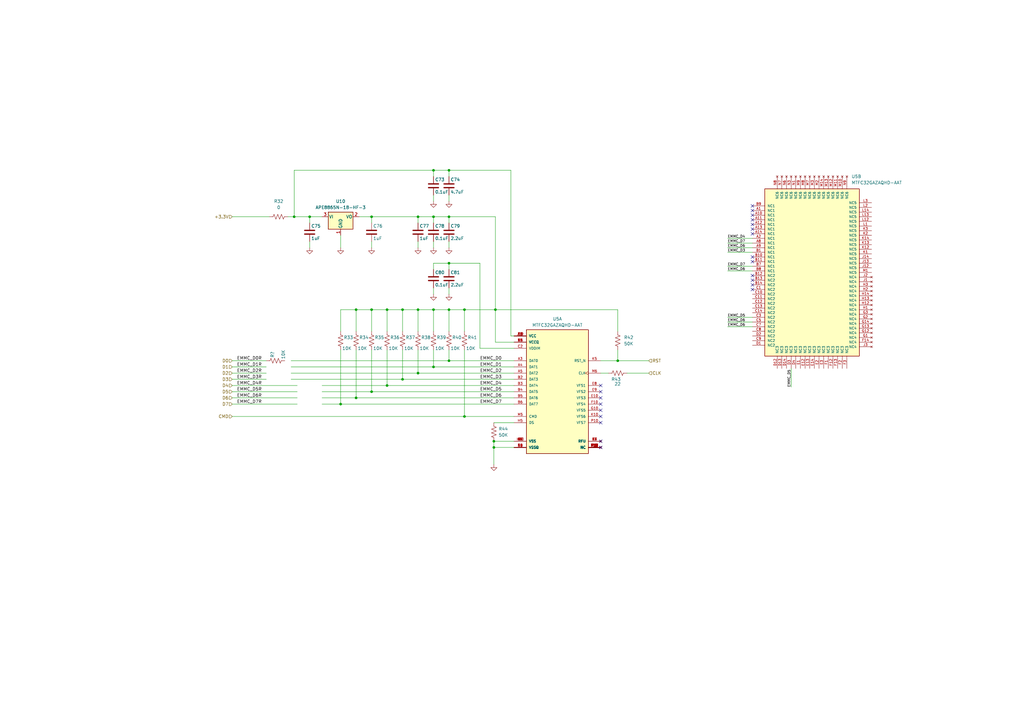
<source format=kicad_sch>
(kicad_sch (version 20211123) (generator eeschema)
  (paper "A3")
  (title_block (title "M.2 SSD With Display (eMMC)") (date "2023-08-05") (rev "1.0") (company "Will Schoenfeld"))
  (lib_symbols
    (symbol "Device:C" (pin_numbers hide) (pin_names (offset 0.254))
      (property "Reference" "C" (at 0.635 2.54 0))
      (property "Value" "C" (at 0.635 -2.54 0))
      (symbol "C_0_1"
        (polyline (pts (xy -2.032 -0.762) (xy 2.032 -0.762)) (stroke (width 0.508)))
        (polyline (pts (xy -2.032 0.762) (xy 2.032 0.762)) (stroke (width 0.508)))
      )
      (symbol "C_1_1"
        (pin passive line (at 0 3.81 270) (length 2.794) (name "~") (number "1"))
        (pin passive line (at 0 -3.81 90) (length 2.794) (name "~") (number "2"))
      )
    )
    (symbol "Device:R_US" (pin_numbers hide) (pin_names (offset 0))
      (property "Reference" "R" (at 2.54 0 90))
      (property "Value" "R_US" (at -2.54 0 90))
      (symbol "R_US_0_1"
        (polyline (pts (xy 0 -2.286) (xy 0 -2.54)))
        (polyline (pts (xy 0 2.286) (xy 0 2.54)))
        (polyline (pts (xy 0 -0.762) (xy 1.016 -1.143) (xy 0 -1.524) (xy -1.016 -1.905) (xy 0 -2.286)))
        (polyline (pts (xy 0 0.762) (xy 1.016 0.381) (xy 0 0) (xy -1.016 -0.381) (xy 0 -0.762)))
        (polyline (pts (xy 0 2.286) (xy 1.016 1.905) (xy 0 1.524) (xy -1.016 1.143) (xy 0 0.762)))
      )
      (symbol "R_US_1_1"
        (pin passive line (at 0 3.81 270) (length 1.27) (name "~") (number "1"))
        (pin passive line (at 0 -3.81 90) (length 1.27) (name "~") (number "2"))
      )
    )
    (symbol "MTFC32GAZAQHD-AAT:MTFC32GAZAQHD-AAT" (pin_names (offset 1.016))
      (property "Reference" "U" (at -12.7 26.162 0))
      (property "Value" "MTFC32GAZAQHD-AAT" (at -12.7 -27.94 0))
      (symbol "MTFC32GAZAQHD-AAT_1_0"
        (rectangle (start -12.7 -25.4) (end 12.7 25.4) (stroke (width 0.254)) (fill (type background)))
        (pin bidirectional line (at 17.78 12.7 180) (length 5.08) (name "DAT0") (number "A3"))
        (pin bidirectional line (at 17.78 10.16 180) (length 5.08) (name "DAT1") (number "A4"))
        (pin bidirectional line (at 17.78 7.62 180) (length 5.08) (name "DAT2") (number "A5"))
        (pin power_in line (at 17.78 -20.32 180) (length 5.08) (name "VSS") (number "A6"))
        (pin no_connect line (at -17.78 -20.32 0) (length 5.08) (name "RFU") (number "A7"))
        (pin bidirectional line (at 17.78 5.08 180) (length 5.08) (name "DAT3") (number "B2"))
        (pin bidirectional line (at 17.78 2.54 180) (length 5.08) (name "DAT4") (number "B3"))
        (pin bidirectional line (at 17.78 0 180) (length 5.08) (name "DAT5") (number "B4"))
        (pin bidirectional line (at 17.78 -2.54 180) (length 5.08) (name "DAT6") (number "B5"))
        (pin bidirectional line (at 17.78 -5.08 180) (length 5.08) (name "DAT7") (number "B6"))
        (pin power_in line (at 17.78 17.78 180) (length 5.08) (name "VDDIM") (number "C2"))
        (pin power_in line (at 17.78 -22.86 180) (length 5.08) (name "VSSQ") (number "C4"))
        (pin power_in line (at 17.78 20.32 180) (length 5.08) (name "VCCQ") (number "C6"))
        (pin bidirectional line (at -17.78 -2.54 0) (length 5.08) (name "VFS3") (number "E10"))
        (pin no_connect line (at -17.78 -20.32 0) (length 5.08) (name "RFU") (number "E5"))
        (pin power_in line (at 17.78 22.86 180) (length 5.08) (name "VCC") (number "E6"))
        (pin power_in line (at 17.78 -20.32 180) (length 5.08) (name "VSS") (number "E7"))
        (pin bidirectional line (at -17.78 2.54 0) (length 5.08) (name "VFS1") (number "E8"))
        (pin bidirectional line (at -17.78 0 0) (length 5.08) (name "VFS2") (number "E9"))
        (pin bidirectional line (at -17.78 -5.08 0) (length 5.08) (name "VFS4") (number "F10"))
        (pin power_in line (at 17.78 22.86 180) (length 5.08) (name "VCC") (number "F5"))
        (pin bidirectional line (at -17.78 -7.62 0) (length 5.08) (name "VFS5") (number "G10"))
        (pin power_in line (at 17.78 -20.32 180) (length 5.08) (name "VSS") (number "G5"))
        (pin power_in line (at 17.78 -20.32 180) (length 5.08) (name "VSS") (number "H10"))
        (pin output line (at 17.78 -12.7 180) (length 5.08) (name "DS") (number "H5"))
        (pin power_in line (at 17.78 22.86 180) (length 5.08) (name "VCC") (number "J10"))
        (pin power_in line (at 17.78 -20.32 180) (length 5.08) (name "VSS") (number "J5"))
        (pin bidirectional line (at -17.78 -10.16 0) (length 5.08) (name "VFS6") (number "K10"))
        (pin input line (at -17.78 12.7 0) (length 5.08) (name "RST_N") (number "K5"))
        (pin no_connect line (at -17.78 -20.32 0) (length 5.08) (name "RFU") (number "K6"))
        (pin no_connect line (at -17.78 -20.32 0) (length 5.08) (name "RFU") (number "K7"))
        (pin power_in line (at 17.78 -20.32 180) (length 5.08) (name "VSS") (number "K8"))
        (pin power_in line (at 17.78 22.86 180) (length 5.08) (name "VCC") (number "K9"))
        (pin power_in line (at 17.78 20.32 180) (length 5.08) (name "VCCQ") (number "M4"))
        (pin bidirectional line (at 17.78 -10.16 180) (length 5.08) (name "CMD") (number "M5"))
        (pin input clock (at -17.78 7.62 0) (length 5.08) (name "CLK") (number "M6"))
        (pin no_connect line (at -17.78 -22.86 0) (length 5.08) (name "NC") (number "N10"))
        (pin no_connect line (at -17.78 -22.86 0) (length 5.08) (name "NC") (number "N11"))
        (pin no_connect line (at -17.78 -22.86 0) (length 5.08) (name "NC") (number "N12"))
        (pin no_connect line (at -17.78 -22.86 0) (length 5.08) (name "NC") (number "N13"))
        (pin no_connect line (at -17.78 -22.86 0) (length 5.08) (name "NC") (number "N14"))
        (pin power_in line (at 17.78 -22.86 180) (length 5.08) (name "VSSQ") (number "N2"))
        (pin power_in line (at 17.78 20.32 180) (length 5.08) (name "VCCQ") (number "N4"))
        (pin power_in line (at 17.78 -22.86 180) (length 5.08) (name "VSSQ") (number "N5"))
        (pin no_connect line (at -17.78 -22.86 0) (length 5.08) (name "NC") (number "P1"))
        (pin bidirectional line (at -17.78 -12.7 0) (length 5.08) (name "VFS7") (number "P10"))
        (pin no_connect line (at -17.78 -22.86 0) (length 5.08) (name "NC") (number "P11"))
        (pin no_connect line (at -17.78 -22.86 0) (length 5.08) (name "NC") (number "P12"))
        (pin no_connect line (at -17.78 -22.86 0) (length 5.08) (name "NC") (number "P13"))
        (pin no_connect line (at -17.78 -22.86 0) (length 5.08) (name "NC") (number "P14"))
        (pin no_connect line (at -17.78 -22.86 0) (length 5.08) (name "NC") (number "P2"))
        (pin power_in line (at 17.78 20.32 180) (length 5.08) (name "VCCQ") (number "P3"))
        (pin power_in line (at 17.78 -22.86 180) (length 5.08) (name "VSSQ") (number "P4"))
        (pin power_in line (at 17.78 20.32 180) (length 5.08) (name "VCCQ") (number "P5"))
        (pin power_in line (at 17.78 -22.86 180) (length 5.08) (name "VSSQ") (number "P6"))
        (pin no_connect line (at -17.78 -22.86 0) (length 5.08) (name "NC") (number "P7"))
        (pin no_connect line (at -17.78 -22.86 0) (length 5.08) (name "NC") (number "P8"))
        (pin no_connect line (at -17.78 -22.86 0) (length 5.08) (name "NC") (number "P9"))
      )
      (symbol "MTFC32GAZAQHD-AAT_2_0"
        (rectangle (start -10.16 -5.08) (end 10.16 5.08) (stroke (width 0.254)) (fill (type background)))
        (pin no_connect line (at -15.24 2.54 0) (length 5.08) (name "NC1") (number "A1"))
        (pin no_connect line (at -15.24 2.54 0) (length 5.08) (name "NC1") (number "A10"))
        (pin no_connect line (at -15.24 2.54 0) (length 5.08) (name "NC1") (number "A11"))
        (pin no_connect line (at -15.24 2.54 0) (length 5.08) (name "NC1") (number "A12"))
        (pin no_connect line (at -15.24 2.54 0) (length 5.08) (name "NC1") (number "A13"))
        (pin no_connect line (at -15.24 2.54 0) (length 5.08) (name "NC1") (number "A14"))
        (pin no_connect line (at -15.24 2.54 0) (length 5.08) (name "NC1") (number "A2"))
        (pin no_connect line (at -15.24 2.54 0) (length 5.08) (name "NC1") (number "A8"))
        (pin no_connect line (at -15.24 2.54 0) (length 5.08) (name "NC1") (number "A9"))
        (pin no_connect line (at -15.24 2.54 0) (length 5.08) (name "NC1") (number "B1"))
        (pin no_connect line (at -15.24 2.54 0) (length 5.08) (name "NC1") (number "B10"))
        (pin no_connect line (at -15.24 2.54 0) (length 5.08) (name "NC1") (number "B11"))
        (pin no_connect line (at -15.24 0 0) (length 5.08) (name "NC2") (number "B12"))
        (pin no_connect line (at -15.24 0 0) (length 5.08) (name "NC2") (number "B13"))
        (pin no_connect line (at -15.24 0 0) (length 5.08) (name "NC2") (number "B14"))
        (pin no_connect line (at -15.24 2.54 0) (length 5.08) (name "NC1") (number "B7"))
        (pin no_connect line (at -15.24 2.54 0) (length 5.08) (name "NC1") (number "B8"))
        (pin no_connect line (at -15.24 2.54 0) (length 5.08) (name "NC1") (number "B9"))
        (pin no_connect line (at -15.24 0 0) (length 5.08) (name "NC2") (number "C1"))
        (pin no_connect line (at -15.24 0 0) (length 5.08) (name "NC2") (number "C10"))
        (pin no_connect line (at -15.24 0 0) (length 5.08) (name "NC2") (number "C11"))
        (pin no_connect line (at -15.24 0 0) (length 5.08) (name "NC2") (number "C12"))
        (pin no_connect line (at -15.24 0 0) (length 5.08) (name "NC2") (number "C13"))
        (pin no_connect line (at -15.24 0 0) (length 5.08) (name "NC2") (number "C14"))
        (pin no_connect line (at -15.24 0 0) (length 5.08) (name "NC2") (number "C3"))
        (pin no_connect line (at -15.24 0 0) (length 5.08) (name "NC2") (number "C5"))
        (pin no_connect line (at -15.24 0 0) (length 5.08) (name "NC2") (number "C7"))
        (pin no_connect line (at -15.24 0 0) (length 5.08) (name "NC2") (number "C8"))
        (pin no_connect line (at -15.24 0 0) (length 5.08) (name "NC2") (number "C9"))
        (pin no_connect line (at -15.24 0 0) (length 5.08) (name "NC2") (number "D1"))
        (pin no_connect line (at -15.24 -2.54 0) (length 5.08) (name "NC3") (number "D12"))
        (pin no_connect line (at -15.24 -2.54 0) (length 5.08) (name "NC3") (number "D13"))
        (pin no_connect line (at -15.24 -2.54 0) (length 5.08) (name "NC3") (number "D14"))
        (pin no_connect line (at -15.24 0 0) (length 5.08) (name "NC2") (number "D2"))
        (pin no_connect line (at -15.24 -2.54 0) (length 5.08) (name "NC3") (number "D3"))
        (pin no_connect line (at -15.24 -2.54 0) (length 5.08) (name "NC3") (number "D4"))
        (pin no_connect line (at -15.24 -2.54 0) (length 5.08) (name "NC3") (number "E1"))
        (pin no_connect line (at -15.24 -2.54 0) (length 5.08) (name "NC3") (number "E12"))
        (pin no_connect line (at -15.24 -2.54 0) (length 5.08) (name "NC3") (number "E13"))
        (pin no_connect line (at -15.24 -2.54 0) (length 5.08) (name "NC3") (number "E14"))
        (pin no_connect line (at -15.24 -2.54 0) (length 5.08) (name "NC3") (number "E2"))
        (pin no_connect line (at -15.24 -2.54 0) (length 5.08) (name "NC3") (number "E3"))
        (pin no_connect line (at -15.24 -2.54 0) (length 5.08) (name "NC3") (number "F1"))
        (pin no_connect line (at -15.24 -2.54 0) (length 5.08) (name "NC3") (number "F12"))
        (pin no_connect line (at -15.24 -2.54 0) (length 5.08) (name "NC3") (number "F13"))
        (pin no_connect line (at 15.24 2.54 180) (length 5.08) (name "NC4") (number "F14"))
        (pin no_connect line (at -15.24 -2.54 0) (length 5.08) (name "NC3") (number "F2"))
        (pin no_connect line (at -15.24 -2.54 0) (length 5.08) (name "NC3") (number "F3"))
        (pin no_connect line (at 15.24 2.54 180) (length 5.08) (name "NC4") (number "G1"))
        (pin no_connect line (at 15.24 2.54 180) (length 5.08) (name "NC4") (number "G12"))
        (pin no_connect line (at 15.24 2.54 180) (length 5.08) (name "NC4") (number "G13"))
        (pin no_connect line (at 15.24 2.54 180) (length 5.08) (name "NC4") (number "G14"))
        (pin no_connect line (at 15.24 2.54 180) (length 5.08) (name "NC4") (number "G2"))
        (pin no_connect line (at 15.24 2.54 180) (length 5.08) (name "NC4") (number "G3"))
        (pin no_connect line (at 15.24 2.54 180) (length 5.08) (name "NC4") (number "H1"))
        (pin no_connect line (at 15.24 2.54 180) (length 5.08) (name "NC4") (number "H12"))
        (pin no_connect line (at 15.24 2.54 180) (length 5.08) (name "NC4") (number "H13"))
        (pin no_connect line (at 15.24 2.54 180) (length 5.08) (name "NC4") (number "H14"))
        (pin no_connect line (at 15.24 2.54 180) (length 5.08) (name "NC4") (number "H2"))
        (pin no_connect line (at 15.24 2.54 180) (length 5.08) (name "NC4") (number "H3"))
        (pin no_connect line (at 15.24 2.54 180) (length 5.08) (name "NC4") (number "J1"))
        (pin no_connect line (at 15.24 0 180) (length 5.08) (name "NC5") (number "J12"))
        (pin no_connect line (at 15.24 0 180) (length 5.08) (name "NC5") (number "J13"))
        (pin no_connect line (at 15.24 0 180) (length 5.08) (name "NC5") (number "J14"))
        (pin no_connect line (at 15.24 2.54 180) (length 5.08) (name "NC4") (number "J2"))
        (pin no_connect line (at 15.24 2.54 180) (length 5.08) (name "NC4") (number "J3"))
        (pin no_connect line (at 15.24 0 180) (length 5.08) (name "NC5") (number "K1"))
        (pin no_connect line (at 15.24 0 180) (length 5.08) (name "NC5") (number "K12"))
        (pin no_connect line (at 15.24 0 180) (length 5.08) (name "NC5") (number "K13"))
        (pin no_connect line (at 15.24 0 180) (length 5.08) (name "NC5") (number "K14"))
        (pin no_connect line (at 15.24 0 180) (length 5.08) (name "NC5") (number "K2"))
        (pin no_connect line (at 15.24 0 180) (length 5.08) (name "NC5") (number "K3"))
        (pin no_connect line (at 15.24 0 180) (length 5.08) (name "NC5") (number "L1"))
        (pin no_connect line (at 15.24 0 180) (length 5.08) (name "NC5") (number "L12"))
        (pin no_connect line (at 15.24 0 180) (length 5.08) (name "NC5") (number "L13"))
        (pin no_connect line (at 15.24 0 180) (length 5.08) (name "NC5") (number "L14"))
        (pin no_connect line (at 15.24 0 180) (length 5.08) (name "NC5") (number "L2"))
        (pin no_connect line (at 15.24 0 180) (length 5.08) (name "NC5") (number "L3"))
        (pin no_connect line (at 15.24 0 180) (length 5.08) (name "NC5") (number "M1"))
        (pin no_connect line (at 15.24 -2.54 180) (length 5.08) (name "NC6") (number "M10"))
        (pin no_connect line (at 15.24 -2.54 180) (length 5.08) (name "NC6") (number "M11"))
        (pin no_connect line (at 15.24 -2.54 180) (length 5.08) (name "NC6") (number "M12"))
        (pin no_connect line (at 15.24 -2.54 180) (length 5.08) (name "NC6") (number "M13"))
        (pin no_connect line (at 15.24 -2.54 180) (length 5.08) (name "NC6") (number "M14"))
        (pin no_connect line (at 15.24 -2.54 180) (length 5.08) (name "NC6") (number "M2"))
        (pin no_connect line (at 15.24 -2.54 180) (length 5.08) (name "NC6") (number "M3"))
        (pin no_connect line (at 15.24 -2.54 180) (length 5.08) (name "NC6") (number "M7"))
        (pin no_connect line (at 15.24 -2.54 180) (length 5.08) (name "NC6") (number "M8"))
        (pin no_connect line (at 15.24 -2.54 180) (length 5.08) (name "NC6") (number "M9"))
        (pin no_connect line (at 15.24 -2.54 180) (length 5.08) (name "NC6") (number "N1"))
        (pin no_connect line (at 15.24 -2.54 180) (length 5.08) (name "NC6") (number "N3"))
        (pin no_connect line (at 15.24 -2.54 180) (length 5.08) (name "NC6") (number "N6"))
        (pin no_connect line (at 15.24 -2.54 180) (length 5.08) (name "NC6") (number "N7"))
        (pin no_connect line (at 15.24 -2.54 180) (length 5.08) (name "NC6") (number "N8"))
        (pin no_connect line (at 15.24 -2.54 180) (length 5.08) (name "NC6") (number "N9"))
      )
    )
    (symbol "MTFC32GAZAQHD-AAT_1" (pin_names (offset 1.016))
      (property "Reference" "U5" (at 25.3747 14.605 0))
      (property "Value" "MTFC32GAZAQHD-AAT" (at 25.3747 12.065 0))
      (symbol "MTFC32GAZAQHD-AAT_1_1_0"
        (rectangle (start -12.7 -25.4) (end 12.7 25.4) (stroke (width 0.254)) (fill (type background)))
        (pin bidirectional line (at 17.78 12.7 180) (length 5.08) (name "DAT0") (number "A3"))
        (pin bidirectional line (at 17.78 10.16 180) (length 5.08) (name "DAT1") (number "A4"))
        (pin bidirectional line (at 17.78 7.62 180) (length 5.08) (name "DAT2") (number "A5"))
        (pin power_in line (at 17.78 -20.32 180) (length 5.08) (name "VSS") (number "A6"))
        (pin no_connect line (at -17.78 -20.32 0) (length 5.08) (name "RFU") (number "A7"))
        (pin bidirectional line (at 17.78 5.08 180) (length 5.08) (name "DAT3") (number "B2"))
        (pin bidirectional line (at 17.78 2.54 180) (length 5.08) (name "DAT4") (number "B3"))
        (pin bidirectional line (at 17.78 0 180) (length 5.08) (name "DAT5") (number "B4"))
        (pin bidirectional line (at 17.78 -2.54 180) (length 5.08) (name "DAT6") (number "B5"))
        (pin bidirectional line (at 17.78 -5.08 180) (length 5.08) (name "DAT7") (number "B6"))
        (pin power_in line (at 17.78 17.78 180) (length 5.08) (name "VDDIM") (number "C2"))
        (pin power_in line (at 17.78 -22.86 180) (length 5.08) (name "VSSQ") (number "C4"))
        (pin power_in line (at 17.78 20.32 180) (length 5.08) (name "VCCQ") (number "C6"))
        (pin bidirectional line (at -17.78 -2.54 0) (length 5.08) (name "VFS3") (number "E10"))
        (pin no_connect line (at -17.78 -20.32 0) (length 5.08) (name "RFU") (number "E5"))
        (pin power_in line (at 17.78 22.86 180) (length 5.08) (name "VCC") (number "E6"))
        (pin power_in line (at 17.78 -20.32 180) (length 5.08) (name "VSS") (number "E7"))
        (pin bidirectional line (at -17.78 2.54 0) (length 5.08) (name "VFS1") (number "E8"))
        (pin bidirectional line (at -17.78 0 0) (length 5.08) (name "VFS2") (number "E9"))
        (pin bidirectional line (at -17.78 -5.08 0) (length 5.08) (name "VFS4") (number "F10"))
        (pin power_in line (at 17.78 22.86 180) (length 5.08) (name "VCC") (number "F5"))
        (pin bidirectional line (at -17.78 -7.62 0) (length 5.08) (name "VFS5") (number "G10"))
        (pin power_in line (at 17.78 -20.32 180) (length 5.08) (name "VSS") (number "G5"))
        (pin power_in line (at 17.78 -20.32 180) (length 5.08) (name "VSS") (number "H10"))
        (pin output line (at 17.78 -12.7 180) (length 5.08) (name "DS") (number "H5"))
        (pin power_in line (at 17.78 22.86 180) (length 5.08) (name "VCC") (number "J10"))
        (pin power_in line (at 17.78 -20.32 180) (length 5.08) (name "VSS") (number "J5"))
        (pin bidirectional line (at -17.78 -10.16 0) (length 5.08) (name "VFS6") (number "K10"))
        (pin input line (at -17.78 12.7 0) (length 5.08) (name "RST_N") (number "K5"))
        (pin no_connect line (at -17.78 -20.32 0) (length 5.08) (name "RFU") (number "K6"))
        (pin no_connect line (at -17.78 -20.32 0) (length 5.08) (name "RFU") (number "K7"))
        (pin power_in line (at 17.78 -20.32 180) (length 5.08) (name "VSS") (number "K8"))
        (pin power_in line (at 17.78 22.86 180) (length 5.08) (name "VCC") (number "K9"))
        (pin power_in line (at 17.78 20.32 180) (length 5.08) (name "VCCQ") (number "M4"))
        (pin bidirectional line (at 17.78 -10.16 180) (length 5.08) (name "CMD") (number "M5"))
        (pin input clock (at -17.78 7.62 0) (length 5.08) (name "CLK") (number "M6"))
        (pin no_connect line (at -17.78 -22.86 0) (length 5.08) (name "NC") (number "N10"))
        (pin no_connect line (at -17.78 -22.86 0) (length 5.08) (name "NC") (number "N11"))
        (pin no_connect line (at -17.78 -22.86 0) (length 5.08) (name "NC") (number "N12"))
        (pin no_connect line (at -17.78 -22.86 0) (length 5.08) (name "NC") (number "N13"))
        (pin no_connect line (at -17.78 -22.86 0) (length 5.08) (name "NC") (number "N14"))
        (pin power_in line (at 17.78 -22.86 180) (length 5.08) (name "VSSQ") (number "N2"))
        (pin power_in line (at 17.78 20.32 180) (length 5.08) (name "VCCQ") (number "N4"))
        (pin power_in line (at 17.78 -22.86 180) (length 5.08) (name "VSSQ") (number "N5"))
        (pin no_connect line (at -17.78 -22.86 0) (length 5.08) (name "NC") (number "P1"))
        (pin bidirectional line (at -17.78 -12.7 0) (length 5.08) (name "VFS7") (number "P10"))
        (pin no_connect line (at -17.78 -22.86 0) (length 5.08) (name "NC") (number "P11"))
        (pin no_connect line (at -17.78 -22.86 0) (length 5.08) (name "NC") (number "P12"))
        (pin no_connect line (at -17.78 -22.86 0) (length 5.08) (name "NC") (number "P13"))
        (pin no_connect line (at -17.78 -22.86 0) (length 5.08) (name "NC") (number "P14"))
        (pin no_connect line (at -17.78 -22.86 0) (length 5.08) (name "NC") (number "P2"))
        (pin power_in line (at 17.78 20.32 180) (length 5.08) (name "VCCQ") (number "P3"))
        (pin power_in line (at 17.78 -22.86 180) (length 5.08) (name "VSSQ") (number "P4"))
        (pin power_in line (at 17.78 20.32 180) (length 5.08) (name "VCCQ") (number "P5"))
        (pin power_in line (at 17.78 -22.86 180) (length 5.08) (name "VSSQ") (number "P6"))
        (pin no_connect line (at -17.78 -22.86 0) (length 5.08) (name "NC") (number "P7"))
        (pin no_connect line (at -17.78 -22.86 0) (length 5.08) (name "NC") (number "P8"))
        (pin no_connect line (at -17.78 -22.86 0) (length 5.08) (name "NC") (number "P9"))
      )
      (symbol "MTFC32GAZAQHD-AAT_1_2_0"
        (rectangle (start -10.16 9.525) (end 28.575 -59.055) (stroke (width 0.254)) (fill (type background)))
        (pin unspecified line (at -15.24 0.635 0) (length 5.08) (name "NC1") (number "A1"))
        (pin unspecified line (at -15.24 -1.27 0) (length 5.08) (name "NC1") (number "A10"))
        (pin unspecified line (at -15.24 -3.175 0) (length 5.08) (name "NC1") (number "A11"))
        (pin unspecified line (at -15.24 -5.08 0) (length 5.08) (name "NC1") (number "A12"))
        (pin unspecified line (at -15.24 -6.985 0) (length 5.08) (name "NC1") (number "A13"))
        (pin unspecified line (at -15.24 -8.89 0) (length 5.08) (name "NC1") (number "A14"))
        (pin unspecified line (at -15.24 -10.795 0) (length 5.08) (name "NC1") (number "A2"))
        (pin unspecified line (at -15.24 -12.7 0) (length 5.08) (name "NC1") (number "A8"))
        (pin unspecified line (at -15.24 -14.605 0) (length 5.08) (name "NC1") (number "A9"))
        (pin unspecified line (at -15.24 -16.51 0) (length 5.08) (name "NC1") (number "B1"))
        (pin unspecified line (at -15.24 -18.415 0) (length 5.08) (name "NC1") (number "B10"))
        (pin unspecified line (at -15.24 -20.32 0) (length 5.08) (name "NC1") (number "B11"))
        (pin unspecified line (at -15.24 -26.035 0) (length 5.08) (name "NC2") (number "B12"))
        (pin unspecified line (at -15.24 -27.94 0) (length 5.08) (name "NC2") (number "B13"))
        (pin unspecified line (at -15.24 -29.845 0) (length 5.08) (name "NC2") (number "B14"))
        (pin unspecified line (at -15.24 -22.225 0) (length 5.08) (name "NC1") (number "B7"))
        (pin unspecified line (at -15.24 -24.13 0) (length 5.08) (name "NC1") (number "B8"))
        (pin unspecified line (at -15.24 2.54 0) (length 5.08) (name "NC1") (number "B9"))
        (pin unspecified line (at -15.24 -31.75 0) (length 5.08) (name "NC2") (number "C1"))
        (pin unspecified line (at -15.24 -33.655 0) (length 5.08) (name "NC2") (number "C10"))
        (pin unspecified line (at -15.24 -35.56 0) (length 5.08) (name "NC2") (number "C11"))
        (pin unspecified line (at -15.24 -37.465 0) (length 5.08) (name "NC2") (number "C12"))
        (pin unspecified line (at -15.24 -39.37 0) (length 5.08) (name "NC2") (number "C13"))
        (pin unspecified line (at -15.24 -41.275 0) (length 5.08) (name "NC2") (number "C14"))
        (pin unspecified line (at -15.24 -43.18 0) (length 5.08) (name "NC2") (number "C3"))
        (pin unspecified line (at -15.24 -45.085 0) (length 5.08) (name "NC2") (number "C5"))
        (pin unspecified line (at -15.24 -46.99 0) (length 5.08) (name "NC2") (number "C7"))
        (pin unspecified line (at -15.24 -48.895 0) (length 5.08) (name "NC2") (number "C8"))
        (pin unspecified line (at -15.24 -52.705 0) (length 5.08) (name "NC2") (number "C9"))
        (pin unspecified line (at -15.24 -54.61 0) (length 5.08) (name "NC2") (number "D1"))
        (pin unspecified line (at -5.08 -64.135 90) (length 5.08) (name "NC3") (number "D12"))
        (pin unspecified line (at -3.175 -64.135 90) (length 5.08) (name "NC3") (number "D13"))
        (pin unspecified line (at -1.27 -64.135 90) (length 5.08) (name "NC3") (number "D14"))
        (pin unspecified line (at -15.24 -50.8 0) (length 5.08) (name "NC2") (number "D2"))
        (pin unspecified line (at 0.635 -64.135 90) (length 5.08) (name "NC3") (number "D3"))
        (pin unspecified line (at 2.54 -64.135 90) (length 5.08) (name "NC3") (number "D4"))
        (pin unspecified line (at 4.445 -64.135 90) (length 5.08) (name "NC3") (number "E1"))
        (pin unspecified line (at 6.35 -64.135 90) (length 5.08) (name "NC3") (number "E12"))
        (pin unspecified line (at 8.255 -64.135 90) (length 5.08) (name "NC3") (number "E13"))
        (pin unspecified line (at 10.16 -64.135 90) (length 5.08) (name "NC3") (number "E14"))
        (pin unspecified line (at 12.065 -64.135 90) (length 5.08) (name "NC3") (number "E2"))
        (pin unspecified line (at 13.97 -64.135 90) (length 5.08) (name "NC3") (number "E3"))
        (pin unspecified line (at 15.875 -64.135 90) (length 5.08) (name "NC3") (number "F1"))
        (pin unspecified line (at 17.78 -64.135 90) (length 5.08) (name "NC3") (number "F12"))
        (pin unspecified line (at 19.685 -64.135 90) (length 5.08) (name "NC3") (number "F13"))
        (pin no_connect line (at 33.655 -53.34 180) (length 5.08) (name "NC4") (number "F14"))
        (pin unspecified line (at 21.59 -64.135 90) (length 5.08) (name "NC3") (number "F2"))
        (pin unspecified line (at 23.495 -64.135 90) (length 5.08) (name "NC3") (number "F3"))
        (pin no_connect line (at 33.655 -51.435 180) (length 5.08) (name "NC4") (number "G1"))
        (pin no_connect line (at 33.655 -49.53 180) (length 5.08) (name "NC4") (number "G12"))
        (pin no_connect line (at 33.655 -47.625 180) (length 5.08) (name "NC4") (number "G13"))
        (pin no_connect line (at 33.655 -45.72 180) (length 5.08) (name "NC4") (number "G14"))
        (pin no_connect line (at 33.655 -43.815 180) (length 5.08) (name "NC4") (number "G2"))
        (pin no_connect line (at 33.655 -41.91 180) (length 5.08) (name "NC4") (number "G3"))
        (pin no_connect line (at 33.655 -40.005 180) (length 5.08) (name "NC4") (number "H1"))
        (pin no_connect line (at 33.655 -38.1 180) (length 5.08) (name "NC4") (number "H12"))
        (pin no_connect line (at 33.655 -36.195 180) (length 5.08) (name "NC4") (number "H13"))
        (pin no_connect line (at 33.655 -34.29 180) (length 5.08) (name "NC4") (number "H14"))
        (pin no_connect line (at 33.655 -32.385 180) (length 5.08) (name "NC4") (number "H2"))
        (pin no_connect line (at 33.655 -30.48 180) (length 5.08) (name "NC4") (number "H3"))
        (pin no_connect line (at 33.655 -28.575 180) (length 5.08) (name "NC4") (number "J1"))
        (pin unspecified line (at 33.655 -22.86 180) (length 5.08) (name "NC5") (number "J12"))
        (pin unspecified line (at 33.655 -20.955 180) (length 5.08) (name "NC5") (number "J13"))
        (pin unspecified line (at 33.655 -19.05 180) (length 5.08) (name "NC5") (number "J14"))
        (pin no_connect line (at 33.655 -26.67 180) (length 5.08) (name "NC4") (number "J2"))
        (pin no_connect line (at 33.655 -55.245 180) (length 5.08) (name "NC4") (number "J3"))
        (pin unspecified line (at 33.655 -17.145 180) (length 5.08) (name "NC5") (number "K1"))
        (pin unspecified line (at 33.655 -15.24 180) (length 5.08) (name "NC5") (number "K12"))
        (pin unspecified line (at 33.655 -13.335 180) (length 5.08) (name "NC5") (number "K13"))
        (pin unspecified line (at 33.655 -11.43 180) (length 5.08) (name "NC5") (number "K14"))
        (pin unspecified line (at 33.655 -9.525 180) (length 5.08) (name "NC5") (number "K2"))
        (pin unspecified line (at 33.655 -7.62 180) (length 5.08) (name "NC5") (number "K3"))
        (pin unspecified line (at 33.655 -5.715 180) (length 5.08) (name "NC5") (number "L1"))
        (pin unspecified line (at 33.655 -3.81 180) (length 5.08) (name "NC5") (number "L12"))
        (pin unspecified line (at 33.655 -1.905 180) (length 5.08) (name "NC5") (number "L13"))
        (pin unspecified line (at 33.655 0 180) (length 5.08) (name "NC5") (number "L14"))
        (pin unspecified line (at 33.655 1.905 180) (length 5.08) (name "NC5") (number "L2"))
        (pin unspecified line (at 33.655 3.81 180) (length 5.08) (name "NC5") (number "L3"))
        (pin unspecified line (at 33.655 -24.765 180) (length 5.08) (name "NC5") (number "M1"))
        (pin no_connect line (at 21.59 14.605 270) (length 5.08) (name "NC6") (number "M10"))
        (pin no_connect line (at 19.685 14.605 270) (length 5.08) (name "NC6") (number "M11"))
        (pin no_connect line (at 17.78 14.605 270) (length 5.08) (name "NC6") (number "M12"))
        (pin no_connect line (at 15.875 14.605 270) (length 5.08) (name "NC6") (number "M13"))
        (pin no_connect line (at 13.97 14.605 270) (length 5.08) (name "NC6") (number "M14"))
        (pin no_connect line (at 12.065 14.605 270) (length 5.08) (name "NC6") (number "M2"))
        (pin no_connect line (at 10.16 14.605 270) (length 5.08) (name "NC6") (number "M3"))
        (pin no_connect line (at 8.255 14.605 270) (length 5.08) (name "NC6") (number "M7"))
        (pin no_connect line (at 6.35 14.605 270) (length 5.08) (name "NC6") (number "M8"))
        (pin no_connect line (at 4.445 14.605 270) (length 5.08) (name "NC6") (number "M9"))
        (pin no_connect line (at 2.54 14.605 270) (length 5.08) (name "NC6") (number "N1"))
        (pin no_connect line (at 0.635 14.605 270) (length 5.08) (name "NC6") (number "N3"))
        (pin no_connect line (at -1.27 14.605 270) (length 5.08) (name "NC6") (number "N6"))
        (pin no_connect line (at -3.175 14.605 270) (length 5.08) (name "NC6") (number "N7"))
        (pin no_connect line (at -5.08 14.605 270) (length 5.08) (name "NC6") (number "N8"))
        (pin no_connect line (at 23.495 14.605 270) (length 5.08) (name "NC6") (number "N9"))
      )
    )
    (symbol "Regulator_Linear:APE8865N-18-HF-3" (pin_names (offset 0.254))
      (property "Reference" "U" (at -3.81 3.175 0))
      (property "Value" "APE8865N-18-HF-3" (at 0 3.175 0))
      (symbol "APE8865N-18-HF-3_0_1"
        (rectangle (start -5.08 1.905) (end 5.08 -5.08) (stroke (width 0.254)) (fill (type background)))
      )
      (symbol "APE8865N-18-HF-3_1_1"
        (pin power_in line (at 0 -7.62 90) (length 2.54) (name "GND") (number "1"))
        (pin power_out line (at 7.62 0 180) (length 2.54) (name "VO") (number "2"))
        (pin power_in line (at -7.62 0 0) (length 2.54) (name "VI") (number "3"))
      )
    )
    (symbol "power:GND" (power) (pin_names (offset 0))
      (property "Value" "GND" (at 0 -3.81 0))
      (symbol "GND_0_1"
        (polyline (pts (xy 0 0) (xy 0 -1.27) (xy 1.27 -1.27) (xy 0 -2.54) (xy -1.27 -1.27) (xy 0 -1.27)))
      )
      (symbol "GND_1_1"
        (pin power_in line (at 0 0 270) (length 0) hide (name "GND") (number "1"))
      )
    )
  )
  (junction (at 190.5 127))
  (junction (at 184.15 147.955))
  (junction (at 165.1 127))
  (junction (at 202.565 183.515))
  (junction (at 152.4 160.655))
  (junction (at 152.4 127))
  (junction (at 190.5 170.815))
  (junction (at 152.4 88.9))
  (junction (at 184.15 107.95))
  (junction (at 253.365 147.955))
  (junction (at 171.45 88.9))
  (junction (at 165.1 155.575))
  (junction (at 158.75 158.115))
  (junction (at 184.15 69.85))
  (junction (at 202.565 180.975))
  (junction (at 177.8 88.9))
  (junction (at 177.8 150.495))
  (junction (at 120.65 88.9))
  (junction (at 146.05 127))
  (junction (at 171.45 127))
  (junction (at 177.8 127))
  (junction (at 146.05 163.195))
  (junction (at 184.15 127))
  (junction (at 171.45 153.035))
  (junction (at 158.75 127))
  (junction (at 203.2 127))
  (junction (at 127 88.9))
  (junction (at 139.7 165.735))
  (junction (at 177.8 69.85))
  (junction (at 184.15 88.9))
  (no_connect (at 308.61 113.03))
  (no_connect (at 308.61 114.935))
  (no_connect (at 308.61 118.745))
  (no_connect (at 308.61 116.84))
  (no_connect (at 308.61 84.455))
  (no_connect (at 308.61 86.36))
  (no_connect (at 308.61 88.265))
  (no_connect (at 308.61 90.17))
  (no_connect (at 308.61 92.075))
  (no_connect (at 308.61 93.98))
  (no_connect (at 308.61 95.885))
  (no_connect (at 308.61 105.41))
  (no_connect (at 308.61 107.315))
  (no_connect (at 246.38 180.975))
  (no_connect (at 246.38 183.515))
  (no_connect (at 246.38 173.355))
  (no_connect (at 246.38 170.815))
  (no_connect (at 246.38 165.735))
  (no_connect (at 246.38 168.275))
  (no_connect (at 246.38 160.655))
  (no_connect (at 246.38 158.115))
  (no_connect (at 246.38 163.195))
  (wire (pts (xy 202.565 180.975) (xy 210.82 180.975)))
  (wire (pts (xy 152.4 88.9) (xy 171.45 88.9)))
  (wire (pts (xy 202.565 183.515) (xy 202.565 180.975)))
  (wire (pts (xy 171.45 88.9) (xy 171.45 91.44)))
  (wire (pts (xy 146.05 127) (xy 146.05 135.89)))
  (wire (pts (xy 158.75 127) (xy 152.4 127)))
  (wire (pts (xy 298.45 101.6) (xy 308.61 101.6)))
  (wire (pts (xy 203.2 88.9) (xy 184.15 88.9)))
  (wire (pts (xy 119.38 150.495) (xy 177.8 150.495)))
  (wire (pts (xy 184.15 88.9) (xy 177.8 88.9)))
  (wire (pts (xy 298.45 130.175) (xy 308.61 130.175)))
  (wire (pts (xy 132.08 160.655) (xy 152.4 160.655)))
  (wire (pts (xy 184.15 143.51) (xy 184.15 147.955)))
  (wire (pts (xy 184.15 69.85) (xy 177.8 69.85)))
  (wire (pts (xy 139.7 165.735) (xy 210.82 165.735)))
  (wire (pts (xy 184.15 107.95) (xy 177.8 107.95)))
  (wire (pts (xy 177.8 127) (xy 177.8 135.89)))
  (wire (pts (xy 146.05 163.195) (xy 210.82 163.195)))
  (wire (pts (xy 177.8 150.495) (xy 210.82 150.495)))
  (wire (pts (xy 196.85 142.875) (xy 196.85 107.95)))
  (wire (pts (xy 184.15 107.95) (xy 184.15 110.49)))
  (wire (pts (xy 120.65 69.85) (xy 120.65 88.9)))
  (wire (pts (xy 203.2 127) (xy 253.365 127)))
  (wire (pts (xy 120.65 88.9) (xy 127 88.9)))
  (wire (pts (xy 152.4 143.51) (xy 152.4 160.655)))
  (wire (pts (xy 119.38 147.955) (xy 184.15 147.955)))
  (wire (pts (xy 210.82 137.795) (xy 209.55 137.795)))
  (wire (pts (xy 190.5 127) (xy 190.5 135.89)))
  (wire (pts (xy 177.8 69.85) (xy 177.8 72.39)))
  (wire (pts (xy 165.1 155.575) (xy 165.1 143.51)))
  (wire (pts (xy 177.8 99.06) (xy 177.8 101.6)))
  (wire (pts (xy 298.45 111.125) (xy 308.61 111.125)))
  (wire (pts (xy 120.65 69.85) (xy 177.8 69.85)))
  (wire (pts (xy 165.1 127) (xy 171.45 127)))
  (wire (pts (xy 127 88.9) (xy 132.08 88.9)))
  (wire (pts (xy 132.08 158.115) (xy 158.75 158.115)))
  (wire (pts (xy 298.45 132.08) (xy 308.61 132.08)))
  (wire (pts (xy 119.38 153.035) (xy 171.45 153.035)))
  (wire (pts (xy 127 88.9) (xy 127 91.44)))
  (wire (pts (xy 253.365 135.89) (xy 253.365 127)))
  (wire (pts (xy 127 99.06) (xy 127 101.6)))
  (wire (pts (xy 202.565 190.5) (xy 202.565 183.515)))
  (wire (pts (xy 184.15 127) (xy 190.5 127)))
  (wire (pts (xy 177.8 118.11) (xy 177.8 120.65)))
  (wire (pts (xy 177.8 127) (xy 184.15 127)))
  (wire (pts (xy 152.4 127) (xy 152.4 135.89)))
  (wire (pts (xy 139.7 127) (xy 139.7 135.89)))
  (wire (pts (xy 95.25 170.815) (xy 190.5 170.815)))
  (wire (pts (xy 184.15 99.06) (xy 184.15 101.6)))
  (wire (pts (xy 158.75 127) (xy 165.1 127)))
  (wire (pts (xy 95.25 153.035) (xy 109.22 153.035)))
  (wire (pts (xy 165.1 127) (xy 165.1 135.89)))
  (wire (pts (xy 203.2 140.335) (xy 203.2 127)))
  (wire (pts (xy 132.08 163.195) (xy 146.05 163.195)))
  (wire (pts (xy 95.25 155.575) (xy 109.22 155.575)))
  (wire (pts (xy 158.75 158.115) (xy 210.82 158.115)))
  (wire (pts (xy 203.2 127) (xy 203.2 88.9)))
  (wire (pts (xy 298.45 99.695) (xy 308.61 99.695)))
  (wire (pts (xy 95.25 163.195) (xy 121.92 163.195)))
  (wire (pts (xy 146.05 163.195) (xy 146.05 143.51)))
  (wire (pts (xy 177.8 80.01) (xy 177.8 82.55)))
  (wire (pts (xy 139.7 143.51) (xy 139.7 165.735)))
  (wire (pts (xy 184.15 88.9) (xy 184.15 91.44)))
  (wire (pts (xy 202.565 173.355) (xy 210.82 173.355)))
  (wire (pts (xy 184.15 127) (xy 184.15 135.89)))
  (wire (pts (xy 253.365 147.955) (xy 266.065 147.955)))
  (wire (pts (xy 147.32 88.9) (xy 152.4 88.9)))
  (wire (pts (xy 184.15 80.01) (xy 184.15 82.55)))
  (wire (pts (xy 190.5 127) (xy 203.2 127)))
  (wire (pts (xy 118.11 88.9) (xy 120.65 88.9)))
  (wire (pts (xy 209.55 137.795) (xy 209.55 69.85)))
  (wire (pts (xy 184.15 69.85) (xy 209.55 69.85)))
  (wire (pts (xy 171.45 143.51) (xy 171.45 153.035)))
  (wire (pts (xy 171.45 153.035) (xy 210.82 153.035)))
  (wire (pts (xy 298.45 133.985) (xy 308.61 133.985)))
  (wire (pts (xy 196.85 107.95) (xy 184.15 107.95)))
  (wire (pts (xy 152.4 127) (xy 146.05 127)))
  (wire (pts (xy 158.75 127) (xy 158.75 135.89)))
  (wire (pts (xy 119.38 155.575) (xy 165.1 155.575)))
  (wire (pts (xy 184.15 69.85) (xy 184.15 72.39)))
  (wire (pts (xy 202.565 183.515) (xy 210.82 183.515)))
  (wire (pts (xy 257.175 153.035) (xy 266.065 153.035)))
  (wire (pts (xy 95.25 88.9) (xy 110.49 88.9)))
  (wire (pts (xy 139.7 96.52) (xy 139.7 101.6)))
  (wire (pts (xy 152.4 99.06) (xy 152.4 101.6)))
  (wire (pts (xy 298.45 109.22) (xy 308.61 109.22)))
  (wire (pts (xy 95.25 150.495) (xy 109.22 150.495)))
  (wire (pts (xy 177.8 150.495) (xy 177.8 143.51)))
  (wire (pts (xy 132.08 165.735) (xy 139.7 165.735)))
  (wire (pts (xy 152.4 160.655) (xy 210.82 160.655)))
  (wire (pts (xy 210.82 155.575) (xy 165.1 155.575)))
  (wire (pts (xy 171.45 127) (xy 171.45 135.89)))
  (wire (pts (xy 190.5 170.815) (xy 210.82 170.815)))
  (wire (pts (xy 210.82 142.875) (xy 196.85 142.875)))
  (wire (pts (xy 177.8 88.9) (xy 177.8 91.44)))
  (wire (pts (xy 146.05 127) (xy 139.7 127)))
  (wire (pts (xy 184.15 118.11) (xy 184.15 120.65)))
  (wire (pts (xy 171.45 88.9) (xy 177.8 88.9)))
  (wire (pts (xy 95.25 160.655) (xy 121.92 160.655)))
  (wire (pts (xy 246.38 153.035) (xy 249.555 153.035)))
  (wire (pts (xy 298.45 103.505) (xy 308.61 103.505)))
  (wire (pts (xy 95.25 158.115) (xy 121.92 158.115)))
  (wire (pts (xy 171.45 99.06) (xy 171.45 101.6)))
  (wire (pts (xy 177.8 107.95) (xy 177.8 110.49)))
  (wire (pts (xy 184.15 147.955) (xy 210.82 147.955)))
  (wire (pts (xy 152.4 88.9) (xy 152.4 91.44)))
  (wire (pts (xy 158.75 143.51) (xy 158.75 158.115)))
  (wire (pts (xy 253.365 147.955) (xy 246.38 147.955)))
  (wire (pts (xy 95.25 165.735) (xy 121.92 165.735)))
  (wire (pts (xy 95.25 147.955) (xy 109.22 147.955)))
  (wire (pts (xy 324.485 151.13) (xy 324.485 158.75)))
  (wire (pts (xy 253.365 143.51) (xy 253.365 147.955)))
  (wire (pts (xy 171.45 127) (xy 177.8 127)))
  (wire (pts (xy 190.5 143.51) (xy 190.5 170.815)))
  (wire (pts (xy 298.45 97.79) (xy 308.61 97.79)))
  (wire (pts (xy 210.82 140.335) (xy 203.2 140.335)))
  (label "EMMC_D2R" (at 97.155 153.035 0))
  (label "EMMC_D3" (at 196.85 155.575 0))
  (label "EMMC_D0R" (at 97.155 147.955 0))
  (label "EMMC_D6" (at 298.45 133.985 0) (effects (font (size 1.016 1.016))))
  (label "EMMC_D5" (at 324.485 158.75 90) (effects (font (size 1.016 1.016))))
  (label "EMMC_D4" (at 298.45 97.79 0) (effects (font (size 1.016 1.016))))
  (label "EMMC_D4" (at 196.85 158.115 0))
  (label "EMMC_D6" (at 298.45 101.6 0) (effects (font (size 1.016 1.016))))
  (label "EMMC_D7" (at 298.45 109.22 0) (effects (font (size 1.016 1.016))))
  (label "EMMC_D6" (at 196.85 163.195 0))
  (label "EMMC_D7" (at 298.45 99.695 0) (effects (font (size 1.016 1.016))))
  (label "EMMC_D6" (at 298.45 132.08 0) (effects (font (size 1.016 1.016))))
  (label "EMMC_D2" (at 196.85 153.035 0))
  (label "EMMC_D3R" (at 97.155 155.575 0))
  (label "EMMC_D5" (at 298.45 130.175 0) (effects (font (size 1.016 1.016))))
  (label "EMMC_D7" (at 196.85 165.735 0))
  (label "EMMC_D5" (at 196.85 160.655 0))
  (label "EMMC_D1R" (at 97.155 150.495 0))
  (label "EMMC_D3" (at 298.45 103.505 0) (effects (font (size 1.016 1.016))))
  (label "EMMC_D5R" (at 97.155 160.655 0))
  (label "EMMC_D6R" (at 97.155 163.195 0))
  (label "EMMC_D4R" (at 97.155 158.115 0))
  (label "EMMC_D7R" (at 97.155 165.735 0))
  (label "EMMC_D6" (at 298.45 111.125 0) (effects (font (size 1.016 1.016))))
  (label "EMMC_D1" (at 196.85 150.495 0))
  (label "EMMC_D0" (at 196.85 147.955 0))
  (hierarchical_label "+3.3V" (shape input) (at 95.25 88.9 180))
  (hierarchical_label "D3" (shape input) (at 95.25 155.575 180))
  (hierarchical_label "CMD" (shape input) (at 95.25 170.815 180))
  (hierarchical_label "D0" (shape input) (at 95.25 147.955 180))
  (hierarchical_label "D4" (shape input) (at 95.25 158.115 180))
  (hierarchical_label "CLK" (shape input) (at 266.065 153.035 0))
  (hierarchical_label "D1" (shape input) (at 95.25 150.495 180))
  (hierarchical_label "D5" (shape input) (at 95.25 160.655 180))
  (hierarchical_label "RST" (shape input) (at 266.065 147.955 0))
  (hierarchical_label "D7" (shape input) (at 95.25 165.735 180))
  (hierarchical_label "D6" (shape input) (at 95.25 163.195 180))
  (hierarchical_label "D2" (shape input) (at 95.25 153.035 180))
  (symbol (lib_id "Device:C") (at 152.4 95.25 0) (unit 1)
    (property "Reference" "C76" (at 153.035 92.71 0) (effects (justify left)))
    (property "Value" "1uF" (at 153.035 97.79 0) (effects (justify left)))
    (property "Footprint" "Capacitor_SMD:C_0603_1608Metric" (effects hide))
  )
  (symbol (lib_id "Device:R_US") (at 158.75 139.7 0) (unit 1)
    (property "Reference" "R36" (at 160.02 138.43 0) (effects (justify left)))
    (property "Value" "10K" (at 159.385 142.875 0) (effects (justify left)))
    (property "Footprint" "Resistor_SMD:R_0603_1608Metric" (effects hide))
  )
  (symbol (lib_id "Device:R_US") (at 114.3 88.9 90) (unit 1)
    (property "Reference" "R32" (at 114.3 82.55 90))
    (property "Value" "0" (at 114.3 85.09 90))
    (property "Footprint" "Resistor_SMD:R_0603_1608Metric" (effects hide))
  )
  (symbol (lib_id "Device:R_US") (at 165.1 139.7 0) (unit 1)
    (property "Reference" "R37" (at 166.37 138.43 0) (effects (justify left)))
    (property "Value" "10K" (at 165.735 142.875 0) (effects (justify left)))
    (property "Footprint" "Resistor_SMD:R_0603_1608Metric" (effects hide))
  )
  (symbol (lib_id "Device:C") (at 177.8 76.2 0) (unit 1)
    (property "Reference" "C73" (at 178.435 73.66 0) (effects (justify left)))
    (property "Value" "0.1uF" (at 178.435 78.74 0) (effects (justify left)))
    (property "Footprint" "Capacitor_SMD:C_0603_1608Metric" (effects hide))
  )
  (symbol (lib_id "power:GND") (at 177.8 82.55 0) (unit 1)
    (property "Reference" "#PWR092" (effects hide))
    (property "Value" "GND" (effects hide))
  )
  (symbol (lib_id "Device:C") (at 177.8 114.3 0) (unit 1)
    (property "Reference" "C80" (at 178.435 111.76 0) (effects (justify left)))
    (property "Value" "0.1uF" (at 178.435 116.84 0) (effects (justify left)))
    (property "Footprint" "Capacitor_SMD:C_0603_1608Metric" (effects hide))
  )
  (symbol (lib_id "Device:R_US") (at 146.05 139.7 0) (unit 1)
    (property "Reference" "R34" (at 147.32 138.43 0) (effects (justify left)))
    (property "Value" "10K" (at 146.685 142.875 0) (effects (justify left)))
    (property "Footprint" "Resistor_SMD:R_0603_1608Metric" (effects hide))
  )
  (symbol (lib_id "power:GND") (at 177.8 101.6 0) (unit 1)
    (property "Reference" "#PWR098" (effects hide))
    (property "Value" "GND" (effects hide))
  )
  (symbol (lib_id "Device:R_US") (at 152.4 139.7 0) (unit 1)
    (property "Reference" "R35" (at 153.67 138.43 0) (effects (justify left)))
    (property "Value" "10K" (at 153.035 142.875 0) (effects (justify left)))
    (property "Footprint" "Resistor_SMD:R_0603_1608Metric" (effects hide))
  )
  (symbol (lib_id "power:GND") (at 171.45 101.6 0) (unit 1)
    (property "Reference" "#PWR097" (effects hide))
    (property "Value" "GND" (effects hide))
  )
  (symbol (lib_name "MTFC32GAZAQHD-AAT_1") (lib_id "MTFC32GAZAQHD-AAT:MTFC32GAZAQHD-AAT") (at 323.85 86.995 0) (unit 2)
    (property "Reference" "U5" (at 349.2247 72.39 0) (effects (justify left)))
    (property "Value" "MTFC32GAZAQHD-AAT" (at 349.2247 74.93 0) (effects (justify left)))
    (property "Footprint" "Package_BGA:BGA153N50P14X14_1150X1300X100" (effects hide))
    (property "PARTREV" "E" (effects hide))
    (property "MANUFACTURER" "Micron" (effects hide))
    (property "STANDARD" "Manufacturer Recommendations" (effects hide))
    (property "MAXIMUM_PACKAGE_HEIGHT" "0.9mm" (effects hide))
    (property "SNAPEDA_PN" "MTFC32GAZAQHD-AAT" (effects hide))
  )
  (symbol (lib_id "Device:R_US") (at 139.7 139.7 0) (unit 1)
    (property "Reference" "R33" (at 140.97 138.43 0) (effects (justify left)))
    (property "Value" "10K" (at 140.335 142.875 0) (effects (justify left)))
    (property "Footprint" "Resistor_SMD:R_0603_1608Metric" (effects hide))
  )
  (symbol (lib_id "power:GND") (at 139.7 101.6 0) (unit 1)
    (property "Reference" "#PWR095" (effects hide))
    (property "Value" "GND" (effects hide))
  )
  (symbol (lib_id "Device:R_US") (at 253.365 139.7 0) (unit 1)
    (property "Reference" "R42" (at 255.905 138.4299 0) (effects (justify left)))
    (property "Value" "50K" (at 255.905 140.9699 0) (effects (justify left)))
    (property "Footprint" "Resistor_SMD:R_0603_1608Metric" (effects hide))
  )
  (symbol (lib_id "Device:C") (at 171.45 95.25 0) (unit 1)
    (property "Reference" "C77" (at 172.085 92.71 0) (effects (justify left)))
    (property "Value" "1uF" (at 172.085 97.79 0) (effects (justify left)))
    (property "Footprint" "Capacitor_SMD:C_0603_1608Metric" (effects hide))
  )
  (symbol (lib_id "Device:C") (at 184.15 114.3 0) (unit 1)
    (property "Reference" "C81" (at 184.785 111.76 0) (effects (justify left)))
    (property "Value" "2.2uF" (at 184.785 116.84 0) (effects (justify left)))
    (property "Footprint" "Capacitor_SMD:C_0603_1608Metric" (effects hide))
  )
  (symbol (lib_id "power:GND") (at 152.4 101.6 0) (unit 1)
    (property "Reference" "#PWR096" (effects hide))
    (property "Value" "GND" (effects hide))
  )
  (symbol (lib_id "power:GND") (at 127 101.6 0) (unit 1)
    (property "Reference" "#PWR094" (effects hide))
    (property "Value" "GND" (effects hide))
  )
  (symbol (lib_id "MTFC32GAZAQHD-AAT:MTFC32GAZAQHD-AAT") (at 228.6 160.655 0) (mirror y) (unit 1)
    (property "Reference" "U5" (at 228.6 130.81 0))
    (property "Value" "MTFC32GAZAQHD-AAT" (at 228.6 133.35 0))
    (property "Footprint" "Package_BGA:BGA153N50P14X14_1150X1300X100" (effects hide))
    (property "PARTREV" "E" (effects hide))
    (property "MANUFACTURER" "Micron" (effects hide))
    (property "STANDARD" "Manufacturer Recommendations" (effects hide))
    (property "MAXIMUM_PACKAGE_HEIGHT" "0.9mm" (effects hide))
    (property "SNAPEDA_PN" "MTFC32GAZAQHD-AAT" (effects hide))
  )
  (symbol (lib_id "Device:R_US") (at 184.15 139.7 0) (unit 1)
    (property "Reference" "R40" (at 185.42 138.43 0) (effects (justify left)))
    (property "Value" "10K" (at 184.785 142.875 0) (effects (justify left)))
    (property "Footprint" "Resistor_SMD:R_0603_1608Metric" (effects hide))
  )
  (symbol (lib_id "Regulator_Linear:APE8865N-18-HF-3") (at 139.7 88.9 0) (unit 1)
    (property "Reference" "U10" (at 139.7 82.55 0))
    (property "Value" "APE8865N-18-HF-3" (at 139.7 85.09 0))
    (property "Footprint" "Package_TO_SOT_SMD:SOT-23" (effects hide))
    (property "Datasheet" "http://www.tme.eu/fr/Document/ced3461ed31ea70a3c416fb648e0cde7/APE8865-3.pdf" (effects hide))
  )
  (symbol (lib_id "power:GND") (at 184.15 120.65 0) (unit 1)
    (property "Reference" "#PWR0101" (effects hide))
    (property "Value" "GND" (effects hide))
  )
  (symbol (lib_id "Device:R_US") (at 253.365 153.035 90) (unit 1)
    (property "Reference" "R43" (at 254.635 155.575 90) (effects (justify left)))
    (property "Value" "22" (at 254.635 157.48 90) (effects (justify left)))
    (property "Footprint" "Resistor_SMD:R_0603_1608Metric" (effects hide))
  )
  (symbol (lib_id "power:GND") (at 202.565 190.5 0) (unit 1)
    (property "Reference" "#PWR0102" (effects hide))
    (property "Value" "GND" (effects hide))
  )
  (symbol (lib_id "Device:R_US") (at 177.8 139.7 0) (unit 1)
    (property "Reference" "R39" (at 179.07 138.43 0) (effects (justify left)))
    (property "Value" "10K" (at 178.435 142.875 0) (effects (justify left)))
    (property "Footprint" "Resistor_SMD:R_0603_1608Metric" (effects hide))
  )
  (symbol (lib_id "Device:C") (at 184.15 76.2 0) (unit 1)
    (property "Reference" "C74" (at 184.785 73.66 0) (effects (justify left)))
    (property "Value" "4.7uF" (at 184.785 78.74 0) (effects (justify left)))
    (property "Footprint" "Capacitor_SMD:C_0603_1608Metric" (effects hide))
  )
  (symbol (lib_id "Device:R_US") (at 202.565 177.165 0) (unit 1)
    (property "Reference" "R44" (at 204.47 175.895 0) (effects (justify left)))
    (property "Value" "50K" (at 204.47 178.435 0) (effects (justify left)))
    (property "Footprint" "Resistor_SMD:R_0603_1608Metric" (effects hide))
  )
  (symbol (lib_id "Device:R_US") (at 171.45 139.7 0) (unit 1)
    (property "Reference" "R38" (at 172.72 138.43 0) (effects (justify left)))
    (property "Value" "10K" (at 172.085 142.875 0) (effects (justify left)))
    (property "Footprint" "Resistor_SMD:R_0603_1608Metric" (effects hide))
  )
  (symbol (lib_id "Device:C") (at 127 95.25 0) (unit 1)
    (property "Reference" "C75" (at 127.635 92.71 0) (effects (justify left)))
    (property "Value" "1uF" (at 127.635 97.79 0) (effects (justify left)))
    (property "Footprint" "Capacitor_SMD:C_0603_1608Metric" (effects hide))
  )
  (symbol (lib_id "Device:R_US") (at 113.03 147.955 90) (unit 1)
    (property "Reference" "R?" (at 111.76 146.685 0) (effects (justify left)))
    (property "Value" "10K" (at 116.205 147.32 0) (effects (justify left)))
    (property "Footprint" "Resistor_SMD:R_0603_1608Metric" (effects hide))
  )
  (symbol (lib_id "Device:C") (at 184.15 95.25 0) (unit 1)
    (property "Reference" "C79" (at 184.785 92.71 0) (effects (justify left)))
    (property "Value" "2.2uF" (at 184.785 97.79 0) (effects (justify left)))
    (property "Footprint" "Capacitor_SMD:C_0603_1608Metric" (effects hide))
  )
  (symbol (lib_id "Device:C") (at 177.8 95.25 0) (unit 1)
    (property "Reference" "C78" (at 178.435 92.71 0) (effects (justify left)))
    (property "Value" "0.1uF" (at 178.435 97.79 0) (effects (justify left)))
    (property "Footprint" "Capacitor_SMD:C_0603_1608Metric" (effects hide))
  )
  (symbol (lib_id "power:GND") (at 184.15 82.55 0) (unit 1)
    (property "Reference" "#PWR093" (effects hide))
    (property "Value" "GND" (effects hide))
  )
  (symbol (lib_id "power:GND") (at 184.15 101.6 0) (unit 1)
    (property "Reference" "#PWR099" (effects hide))
    (property "Value" "GND" (effects hide))
  )
  (symbol (lib_id "Device:R_US") (at 190.5 139.7 0) (unit 1)
    (property "Reference" "R41" (at 191.77 138.43 0) (effects (justify left)))
    (property "Value" "10K" (at 191.135 142.875 0) (effects (justify left)))
    (property "Footprint" "Resistor_SMD:R_0603_1608Metric" (effects hide))
  )
  (symbol (lib_id "power:GND") (at 177.8 120.65 0) (unit 1)
    (property "Reference" "#PWR0100" (effects hide))
    (property "Value" "GND" (effects hide))
  )
)
</source>
